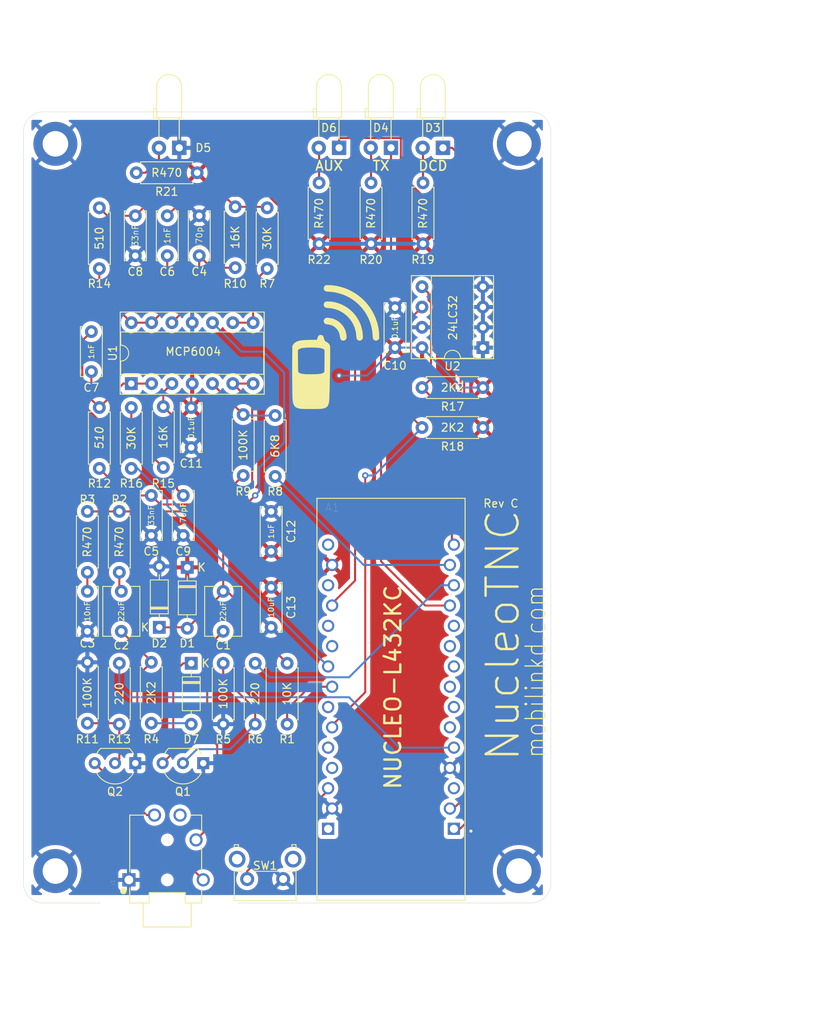
<source format=kicad_pcb>
(kicad_pcb (version 20221018) (generator pcbnew)
  (title_block (title "NucleoTNC PCB") (date "2021-07-17") (rev "C") (company "Mobilinkd LLC") (comment 1 "67mm width"))
  (layers (0 "F.Cu" signal) (31 "B.Cu" signal) (34 "B.Paste" user) (35 "F.Paste" user) (36 "B.SilkS" user "B.Silkscreen") (37 "F.SilkS" user "F.Silkscreen") (38 "B.Mask" user) (39 "F.Mask" user) (44 "Edge.Cuts" user))
  (net 0 "")
  (net 1 "/AUDIO_IN")
  (net 3 "Net-(C2-Pad2)")
  (net 4 "/AUDIO_OUT")
  (net 5 "Net-(C3-Pad2)")
  (net 6 "GND")
  (net 8 "Net-(C5-Pad2)")
  (net 9 "Net-(C6-Pad2)")
  (net 12 "Net-(C7-Pad1)")
  (net 13 "/ADC_AUDIO")
  (net 15 "+3V3")
  (net 17 "/LED_DCD")
  (net 19 "/LED_TX")
  (net 21 "Net-(A1B-NRST)")
  (net 22 "/LED_MISC")
  (net 24 "/PTT")
  (net 26 "/DC_OFFSET")
  (net 28 "/PTT_MULTIPLEX")
  (net 30 "/AUDIO_ATTEN")
  (net 32 "/PTT_SIMPLEX")
  (net 33 "/DAC_AUDIO")
  (net 34 "/I2C_SDA")
  (net 35 "/I2C_SCL")
  (net 38 "Net-(D1-A)")
  (net 39 "Net-(U1D-+)")
  (net 40 "Net-(U1D--)")
  (net 41 "Net-(U1A--)")
  (net 42 "Net-(U1A-+)")
  (net 43 "Net-(D3-A)")
  (net 44 "Net-(D4-A)")
  (net 45 "Net-(D5-A)")
  (net 46 "Net-(D6-A)")
  (net 47 "Net-(D7-K)")
  (net 48 "Net-(D7-A)")
  (net 49 "Net-(Q1-G)")
  (net 50 "Net-(Q2-G)")
  (net 51 "Net-(U1B--)")
  (net 52 "Net-(U1C--)")
  (net 53 "Net-(U1B-+)")
  (footprint "KiCAD:MODULE_NUCLEO-L432KC" (layer "F.Cu") (at 166 123.5 180)
    (fp_text reference "A1")
    (fp_text value "NUCLEO-L432KC")
  )
  (footprint "Capacitor_THT:C_Disc_D6.0mm_W4.4mm_P5.00mm" (layer "F.Cu") (at 132.25 115 90)
    (fp_text reference "C2")
    (fp_text value "22uF")
  )
  (footprint "Capacitor_THT:C_Disc_D6.0mm_W2.5mm_P5.00mm" (layer "F.Cu") (at 128 115 90)
    (fp_text reference "C3")
    (fp_text value "10nF" hide)
  )
  (footprint "Capacitor_THT:C_Disc_D6.0mm_W2.5mm_P5.00mm" (layer "F.Cu") (at 142 63 -90)
    (fp_text reference "C4")
    (fp_text value "470pF" hide)
  )
  (footprint "Capacitor_THT:C_Disc_D6.0mm_W2.5mm_P5.00mm" (layer "F.Cu") (at 136 103 90)
    (fp_text reference "C5")
    (fp_text value "33nF" hide)
  )
  (footprint "Capacitor_THT:C_Disc_D6.0mm_W2.5mm_P5.00mm" (layer "F.Cu") (at 128.5 77.5 -90)
    (fp_text reference "C7")
    (fp_text value "1nF" hide)
  )
  (footprint "Capacitor_THT:C_Disc_D6.0mm_W2.5mm_P5.00mm" (layer "F.Cu") (at 134 68 90)
    (fp_text reference "C8")
    (fp_text value "33nF" hide)
  )
  (footprint "Capacitor_THT:C_Disc_D6.0mm_W2.5mm_P5.00mm" (layer "F.Cu") (at 140 103 90)
    (fp_text reference "C9")
    (fp_text value "470pF" hide)
  )
  (footprint "Capacitor_THT:C_Disc_D6.0mm_W2.5mm_P5.00mm" (layer "F.Cu") (at 141 87 -90)
    (fp_text reference "C11")
    (fp_text value "0.1uF")
  )
  (footprint "Diode_THT:D_DO-35_SOD27_P7.62mm_Horizontal" (layer "F.Cu") (at 140.5 107 -90)
    (fp_text reference "D1")
    (fp_text value "BAT85" hide)
  )
  (footprint "Diode_THT:D_DO-35_SOD27_P7.62mm_Horizontal" (layer "F.Cu") (at 137 114.5 90)
    (fp_text reference "D2")
    (fp_text value "BAT85" hide)
  )
  (footprint "LED_THT:LED_D3.0mm_Horizontal_O3.81mm_Z2.0mm" (layer "F.Cu") (at 172.5 54.5 180)
    (fp_text reference "D3")
    (fp_text value "GRN LED" hide)
  )
  (footprint "LED_THT:LED_D3.0mm_Horizontal_O3.81mm_Z2.0mm" (layer "F.Cu") (at 159.5 54.5 180)
    (fp_text reference "D6")
    (fp_text value "YEL LED" hide)
  )
  (footprint "KiCAD:CUI_SJ-43515TS" (layer "F.Cu") (at 138 143.5 90)
    (fp_text reference "J1")
    (fp_text value "AudioJack4")
    (fp_line (start -5.5 -8.35) (end -5.5 -2.25) (stroke (width 0.0001)) (layer "Edge.Cuts"))
    (fp_line (start -5.5 -2.25) (end -4.2 -2.25) (stroke (width 0.0001)) (layer "Edge.Cuts"))
    (fp_line (start -5.5 2.25) (end -5.5 8.85) (stroke (width 0.0001)) (layer "Edge.Cuts"))
    (fp_line (start -4.2 -2.25) (end -4.2 2.25) (stroke (width 0.0001)) (layer "Edge.Cuts"))
    (fp_line (start -4.2 2.25) (end -5.5 2.25) (stroke (width 0.0001)) (layer "Edge.Cuts"))
  )
  (footprint "Package_TO_SOT_THT:TO-92_Inline_Wide" (layer "F.Cu") (at 142.5 131.5 180)
    (fp_text reference "Q1")
    (fp_text value "2N7000")
  )
  (footprint "Package_TO_SOT_THT:TO-92_Inline_Wide" (layer "F.Cu") (at 134 131.5 180)
    (fp_text reference "Q2")
    (fp_text value "2N7000")
  )
  (footprint "Resistor_THT:R_Axial_DIN0207_L6.3mm_D2.5mm_P7.62mm_Horizontal" (layer "F.Cu") (at 153 119 -90)
    (fp_text reference "R1")
    (fp_text value "10K" hide)
  )
  (footprint "Resistor_THT:R_Axial_DIN0207_L6.3mm_D2.5mm_P7.62mm_Horizontal" (layer "F.Cu") (at 132 100 -90)
    (fp_text reference "R2")
    (fp_text value "R470" hide)
  )
  (footprint "Resistor_THT:R_Axial_DIN0207_L6.3mm_D2.5mm_P7.62mm_Horizontal" (layer "F.Cu") (at 128 100 -90)
    (fp_text reference "R3")
    (fp_text value "R470" hide)
  )
  (footprint "Resistor_THT:R_Axial_DIN0207_L6.3mm_D2.5mm_P7.62mm_Horizontal" (layer "F.Cu") (at 136 126.5 90)
    (fp_text reference "R4")
    (fp_text value "2K2" hide)
  )
  (footprint "Resistor_THT:R_Axial_DIN0207_L6.3mm_D2.5mm_P7.62mm_Horizontal" (layer "F.Cu") (at 149 119 -90)
    (fp_text reference "R6")
    (fp_text value "220" hide)
  )
  (footprint "Resistor_THT:R_Axial_DIN0207_L6.3mm_D2.5mm_P7.62mm_Horizontal" (layer "F.Cu") (at 150.5 62 -90)
    (fp_text reference "R7")
    (fp_text value "30K" hide)
  )
  (footprint "Resistor_THT:R_Axial_DIN0207_L6.3mm_D2.5mm_P7.62mm_Horizontal" (layer "F.Cu") (at 151.5 88 -90)
    (fp_text reference "R8")
    (fp_text value "6K8" hide)
  )
  (footprint "Resistor_THT:R_Axial_DIN0207_L6.3mm_D2.5mm_P7.62mm_Horizontal" (layer "F.Cu") (at 147.5 95.5 90)
    (fp_text reference "R9")
    (fp_text value "100K" hide)
  )
  (footprint "Resistor_THT:R_Axial_DIN0207_L6.3mm_D2.5mm_P7.62mm_Horizontal" (layer "F.Cu") (at 146.5 69.5 90)
    (fp_text reference "R10")
    (fp_text value "16K" hide)
  )
  (footprint "Resistor_THT:R_Axial_DIN0207_L6.3mm_D2.5mm_P7.62mm_Horizontal" (layer "F.Cu") (at 128 126.5 90)
    (fp_text reference "R11")
    (fp_text value "100K" hide)
  )
  (footprint "Resistor_THT:R_Axial_DIN0207_L6.3mm_D2.5mm_P7.62mm_Horizontal" (layer "F.Cu") (at 129.5 87 -90)
    (fp_text reference "R12")
    (fp_text value "510" hide)
  )
  (footprint "Resistor_THT:R_Axial_DIN0207_L6.3mm_D2.5mm_P7.62mm_Horizontal" (layer "F.Cu") (at 132 119 -90)
    (fp_text reference "R13")
    (fp_text value "220" hide)
  )
  (footprint "Resistor_THT:R_Axial_DIN0207_L6.3mm_D2.5mm_P7.62mm_Horizontal" (layer "F.Cu") (at 129.5 62 -90)
    (fp_text reference "R14")
    (fp_text value "510" hide)
  )
  (footprint "Resistor_THT:R_Axial_DIN0207_L6.3mm_D2.5mm_P7.62mm_Horizontal" (layer "F.Cu") (at 133.5 87 -90)
    (fp_text reference "R16")
    (fp_text value "30K" hide)
  )
  (footprint "Resistor_THT:R_Axial_DIN0207_L6.3mm_D2.5mm_P7.62mm_Horizontal" (layer "F.Cu") (at 177.5 84.5 180)
    (fp_text reference "R17")
    (fp_text value "2K2" hide)
  )
  (footprint "Resistor_THT:R_Axial_DIN0207_L6.3mm_D2.5mm_P7.62mm_Horizontal" (layer "F.Cu") (at 163.5 66.5 90)
    (fp_text reference "R20")
    (fp_text value "R470" hide)
  )
  (footprint "Resistor_THT:R_Axial_DIN0207_L6.3mm_D2.5mm_P7.62mm_Horizontal" (layer "F.Cu") (at 141.74 57.62 180)
    (fp_text reference "R21")
    (fp_text value "R470" hide)
  )
  (footprint "Resistor_THT:R_Axial_DIN0207_L6.3mm_D2.5mm_P7.62mm_Horizontal" (layer "F.Cu") (at 157 66.5 90)
    (fp_text reference "R22")
    (fp_text value "R470" hide)
  )
  (footprint "Package_DIP:DIP-14_W7.62mm_Socket" (layer "F.Cu") (at 133.5 84 90)
    (fp_text reference "U1")
    (fp_text value "MCP6004")
  )
  (footprint "Package_DIP:DIP-8_W7.62mm_Socket" (layer "F.Cu") (at 177.5 79.5 180)
    (fp_text reference "U2")
    (fp_text value "24LC32")
  )
  (footprint "Capacitor_THT:C_Disc_D6.0mm_W4.4mm_P5.00mm" (layer "F.Cu") (at 145 110 -90)
    (fp_text reference "C1")
    (fp_text value "22uF")
  )
  (footprint "LED_THT:LED_D3.0mm_Horizontal_O3.81mm_Z2.0mm" (layer "F.Cu") (at 139.5 54.5 180)
    (fp_text reference "D5")
    (fp_text value "BLU LED")
  )
  (footprint "Capacitor_THT:C_Disc_D6.0mm_W2.5mm_P5.00mm" (layer "F.Cu") (at 166.5 79.5 90)
    (fp_text reference "C10")
    (fp_text value "0.1uF")
  )
  (footprint "Resistor_THT:R_Axial_DIN0207_L6.3mm_D2.5mm_P7.62mm_Horizontal" (layer "F.Cu") (at 145 119 -90)
    (fp_text reference "R5")
    (fp_text value "100K" hide)
  )
  (footprint "MountingHole:MountingHole_3.2mm_M3_ISO14580_Pad" (layer "F.Cu") (at 124 54)
    (fp_text reference "H1" hide)
    (fp_text value "MountingHole_Pad")
  )
  (footprint "MountingHole:MountingHole_3.2mm_M3_ISO14580_Pad" (layer "F.Cu") (at 124 145)
    (fp_text reference "H2" hide)
    (fp_text value "MountingHole_Pad")
  )
  (footprint "MountingHole:MountingHole_3.2mm_M3_ISO14580_Pad" (layer "F.Cu") (at 182 54)
    (fp_text reference "H3" hide)
    (fp_text value "MountingHole_Pad")
  )
  (footprint "MountingHole:MountingHole_3.2mm_M3_ISO14580_Pad" (layer "F.Cu") (at 182 145)
    (fp_text reference "H4" hide)
    (fp_text value "MountingHole_Pad")
  )
  (footprint "Resistor_THT:R_Axial_DIN0207_L6.3mm_D2.5mm_P7.62mm_Horizontal" (layer "F.Cu") (at 137.5 94.5 90)
    (fp_text reference "R15")
    (fp_text value "16K" hide)
  )
  (footprint "Resistor_THT:R_Axial_DIN0207_L6.3mm_D2.5mm_P7.62mm_Horizontal" (layer "F.Cu") (at 177.5 89.5 180)
    (fp_text reference "R18")
    (fp_text value "2K2" hide)
  )
  (footprint "Capacitor_THT:C_Disc_D6.0mm_W2.5mm_P5.00mm" (layer "F.Cu") (at 138 68 90)
    (fp_text reference "C6")
    (fp_text value "1nF" hide)
  )
  (footprint "Button_Switch_THT:SW_Tactile_SPST_Angled_PTS645Vx58-2LFS" (layer "F.Cu") (at 152.5 146 180)
    (fp_text reference "SW1")
    (fp_text value "SW_Push")
  )
  (footprint "Resistor_THT:R_Axial_DIN0207_L6.3mm_D2.5mm_P7.62mm_Horizontal" (layer "F.Cu") (at 170 66.5 90)
    (fp_text reference "R19")
    (fp_text value "R470" hide)
  )
  (footprint "KiCAD:LOGO" (layer "F.Cu") (at 157.35 79.65)
    (fp_text reference "G1" hide)
    (fp_text value "LOGO" hide)
  )
  (footprint "LED_THT:LED_D3.0mm_Horizontal_O3.81mm_Z2.0mm" (layer "F.Cu") (at 166 54.5 180)
    (fp_text reference "D4")
    (fp_text value "RED LED" hide)
  )
  (footprint "Diode_THT:D_DO-35_SOD27_P7.62mm_Horizontal" (layer "F.Cu") (at 141 119 -90)
    (fp_text reference "D7")
    (fp_text value "BAT85" hide)
  )
  (footprint "Capacitor_THT:C_Disc_D6.0mm_W2.5mm_P5.00mm" (layer "F.Cu") (at 151 109.5 -90)
    (fp_text reference "C13")
    (fp_text value "10uF")
  )
  (footprint "Capacitor_THT:C_Disc_D6.0mm_W2.5mm_P5.00mm" (layer "F.Cu") (at 151 105 90)
    (fp_text reference "C12")
    (fp_text value "1uF")
  )
  (gr_arc (start 122.5 149) (mid 120.732233 148.267767) (end 120 146.5) (stroke (width 0.05)) (layer "Edge.Cuts"))
  (gr_line (start 122.5 149) (end 126 149) (stroke (width 0.05)) (layer "Edge.Cuts"))
  (gr_line (start 180 149) (end 183.5 149) (stroke (width 0.05)) (layer "Edge.Cuts"))
  (gr_line (start 180 50) (end 183.5 50) (stroke (width 0.05)) (layer "Edge.Cuts"))
  (gr_line (start 126 50) (end 122.5 50) (stroke (width 0.05)) (layer "Edge.Cuts"))
  (gr_arc (start 183.5 50) (mid 185.267767 50.732233) (end 186 52.5) (stroke (width 0.05)) (layer "Edge.Cuts"))
  (gr_line (start 156.5 149) (end 180 149) (stroke (width 0.05)) (layer "Edge.Cuts"))
  (gr_arc (start 120 52.5) (mid 120.732233 50.732233) (end 122.5 50) (stroke (width 0.05)) (layer "Edge.Cuts"))
  (gr_line (start 186 122.5) (end 186 52.5) (stroke (width 0.05)) (layer "Edge.Cuts"))
  (gr_line (start 146.85 149) (end 156.5 149) (stroke (width 0.05)) (layer "Edge.Cuts"))
  (gr_arc (start 186 146.5) (mid 185.267767 148.267767) (end 183.5 149) (stroke (width 0.05)) (layer "Edge.Cuts"))
  (gr_line (start 126 50) (end 171 50) (stroke (width 0.05)) (layer "Edge.Cuts"))
  (gr_line (start 120 122.5) (end 120 52.5) (stroke (width 0.05)) (layer "Edge.Cuts"))
  (gr_line (start 129.65 149) (end 126 149) (stroke (width 0.05)) (layer "Edge.Cuts"))
  (gr_line (start 186 122.5) (end 186 146.5) (stroke (width 0.05)) (layer "Edge.Cuts"))
  (gr_line (start 171 50) (end 180 50) (stroke (width 0.05)) (layer "Edge.Cuts"))
  (gr_line (start 120 122.5) (end 120 146.5) (stroke (width 0.05)) (layer "Edge.Cuts"))
  (gr_text "mobilinkd.com" (at 184.1 120.05 90) (layer "F.SilkS") (effects (font (size 2.5 2))))
  (gr_text "TX" (at 164.75 56.75) (layer "F.SilkS") (effects (font (size 1.2 1.2) (thickness 0.2))))
  (gr_text "AUX" (at 158.25 56.75) (layer "F.SilkS") (effects (font (size 1.2 1.2) (thickness 0.2))))
  (gr_text "DCD" (at 171.25 56.75) (layer "F.SilkS") (effects (font (size 1.2 1.2) (thickness 0.2))))
  (gr_text "NucleoTNC" (at 180 115.5 90) (layer "F.SilkS") (effects (font (size 4 4) (thickness 0.3))))
  (gr_text "Rev C" (at 179.75 99) (layer "F.SilkS") (effects (font (size 1 1))))
  (segment (start 144.25 129.25) (end 144.25 138.45) (width 0.25) (layer "F.Cu") (net 1))
  (segment (start 143 117) (end 143 128) (width 0.25) (layer "F.Cu") (net 1))
  (segment (start 145 115) (end 143 117) (width 0.25) (layer "F.Cu") (net 1))
  (segment (start 143 128) (end 144.25 129.25) (width 0.25) (layer "F.Cu") (net 1))
  (segment (start 144.25 138.45) (end 141.6 141.1) (width 0.25) (layer "F.Cu") (net 1))
  (segment (start 132 110) (end 132 107.62) (width 0.25) (layer "F.Cu") (net 3))
  (segment (start 135.75 130) (end 135.75 134.75) (width 0.25) (layer "F.Cu") (net 4))
  (segment (start 132.25 115) (end 136 118.75) (width 0.25) (layer "F.Cu") (net 4))
  (segment (start 136 118.75) (end 136 118.88) (width 0.25) (layer "F.Cu") (net 4))
  (segment (start 139.75 143.35) (end 142.5 146.1) (width 0.25) (layer "F.Cu") (net 4))
  (segment (start 134.25 120.63) (end 134.25 128.5) (width 0.25) (layer "F.Cu") (net 4))
  (segment (start 136 118.88) (end 134.25 120.63) (width 0.25) (layer "F.Cu") (net 4))
  (segment (start 135.75 134.75) (end 138 137) (width 0.25) (layer "F.Cu") (net 4))
  (segment (start 134.25 128.5) (end 135.75 130) (width 0.25) (layer "F.Cu") (net 4))
  (segment (start 138 139.25) (end 139.75 141) (width 0.25) (layer "F.Cu") (net 4))
  (segment (start 139.75 141) (end 139.75 143.35) (width 0.25) (layer "F.Cu") (net 4))
  (segment (start 138 137) (end 138 139.25) (width 0.25) (layer "F.Cu") (net 4))
  (segment (start 128 110) (end 128 107.62) (width 0.25) (layer "F.Cu") (net 5))
  (segment (start 146.700001 96.299999) (end 147.5 95.5) (width 0.25) (layer "F.Cu") (net 8))
  (segment (start 143.874999 99.125001) (end 146.700001 96.299999) (width 0.25) (layer "F.Cu") (net 8))
  (segment (start 137.125001 99.125001) (end 143.874999 99.125001) (width 0.25) (layer "F.Cu") (net 8))
  (segment (start 136 98) (end 132.88 98) (width 0.25) (layer "F.Cu") (net 8))
  (segment (start 132.88 98) (end 129.5 94.62) (width 0.25) (layer "F.Cu") (net 8))
  (segment (start 136 98) (end 137.125001 99.125001) (width 0.25) (layer "F.Cu") (net 8))
  (segment (start 146.5 61.88) (end 150.38 61.88) (width 0.25) (layer "F.Cu") (net 9))
  (segment (start 138 63) (end 140 61) (width 0.25) (layer "F.Cu") (net 9))
  (segment (start 140 61) (end 145.62 61) (width 0.25) (layer "F.Cu") (net 9))
  (segment (start 150.38 61.88) (end 150.5 62) (width 0.25) (layer "F.Cu") (net 9))
  (segment (start 145.62 61) (end 146.5 61.88) (width 0.25) (layer "F.Cu") (net 9))
  (segment (start 133.5 87) (end 133.5 88.5) (width 0.25) (layer "F.Cu") (net 12))
  (segment (start 127.700001 78.299999) (end 128.5 77.5) (width 0.25) (layer "F.Cu") (net 12))
  (segment (start 130.334998 89.5) (end 127.374999 86.540001) (width 0.25) (layer "F.Cu") (net 12))
  (segment (start 127.374999 86.540001) (end 127.374999 78.625001) (width 0.25) (layer "F.Cu") (net 12))
  (segment (start 127.374999 78.625001) (end 127.700001 78.299999) (width 0.25) (layer "F.Cu") (net 12))
  (segment (start 137.5 94.5) (end 132.5 89.5) (width 0.25) (layer "F.Cu") (net 12))
  (segment (start 132.5 89.5) (end 130.334998 89.5) (width 0.25) (layer "F.Cu") (net 12))
  (segment (start 133.5 88.5) (end 132.5 89.5) (width 0.25) (layer "F.Cu") (net 12))
  (segment (start 150.665002 60.5) (end 153 62.834998) (width 0.25) (layer "F.Cu") (net 13))
  (segment (start 134 63) (end 130.5 63) (width 0.25) (layer "F.Cu") (net 13))
  (segment (start 153 68.5) (end 161.5 77) (width 0.25) (layer "F.Cu") (net 13))
  (segment (start 161.5 108.655) (end 158.38 111.775) (width 0.25) (layer "F.Cu") (net 13))
  (segment (start 161.5 77) (end 161.5 108.655) (width 0.25) (layer "F.Cu") (net 13))
  (segment (start 153 62.834998) (end 153 68.5) (width 0.25) (layer "F.Cu") (net 13))
  (segment (start 134 63) (end 136.5 60.5) (width 0.25) (layer "F.Cu") (net 13))
  (segment (start 130.5 63) (end 129.5 62) (width 0.25) (layer "F.Cu") (net 13))
  (segment (start 136.5 60.5) (end 150.665002 60.5) (width 0.25) (layer "F.Cu") (net 13))
  (segment (start 141 87) (end 141 84.12) (width 0.25) (layer "F.Cu") (net 15))
  (segment (start 141 84.12) (end 141.12 84) (width 0.25) (layer "F.Cu") (net 15))
  (via (at 159.5 83) (size 0.8) (drill 0.4) (layers "F.Cu" "B.Cu") (net 15))
  (segment (start 163.5 66.5) (end 157 66.5) (width 0.5) (layer "B.Cu") (net 15))
  (segment (start 174.88 84.5) (end 169.88 79.5) (width 0.25) (layer "B.Cu") (net 15))
  (segment (start 163 83) (end 159.5 83) (width 0.25) (layer "B.Cu") (net 15))
  (segment (start 170 66.5) (end 168.86863 66.5) (width 0.25) (layer "B.Cu") (net 15))
  (segment (start 168.74863 79.5) (end 166.5 79.5) (width 0.25) (layer "B.Cu") (net 15))
  (segment (start 169.88 79.5) (end 168.74863 79.5) (width 0.25) (layer "B.Cu") (net 15))
  (segment (start 177.5 84.5) (end 174.88 84.5) (width 0.25) (layer "B.Cu") (net 15))
  (segment (start 166.5 79.5) (end 163 83) (width 0.25) (layer "B.Cu") (net 15))
  (segment (start 168.86863 66.5) (end 163.5 66.5) (width 0.5) (layer "B.Cu") (net 15))
  (segment (start 175.160012 102.984501) (end 175.160012 56.010012) (width 0.25) (layer "F.Cu") (net 17))
  (segment (start 175.950011 103.774499) (end 175.160012 102.984501) (width 0.25) (layer "F.Cu") (net 17))
  (segment (start 173.62 139.715) (end 174.635 139.715) (width 0.25) (layer "F.Cu") (net 17))
  (segment (start 175.160012 56.010012) (end 173.65 54.5) (width 0.25) (layer "F.Cu") (net 17))
  (segment (start 173.65 54.5) (end 172.5 54.5) (width 0.25) (layer "F.Cu") (net 17))
  (segment (start 175.950011 138.399989) (end 175.950011 103.774499) (width 0.25) (layer "F.Cu") (net 17))
  (segment (start 174.635 139.715) (end 175.950011 138.399989) (width 0.25) (layer "F.Cu") (net 17))
  (segment (start 166 54.5) (end 166 72) (width 0.25) (layer "F.Cu") (net 19))
  (segment (start 164.75 73.25) (end 164.75 106.25) (width 0.25) (layer "F.Cu") (net 19))
  (segment (start 164.75 106.25) (end 170.275 111.775) (width 0.25) (layer "F.Cu") (net 19))
  (segment (start 170.275 111.775) (end 173.37 111.775) (width 0.25) (layer "F.Cu") (net 19))
  (segment (start 166 72) (end 164.75 73.25) (width 0.25) (layer "F.Cu") (net 19))
  (segment (start 158.38 134.635) (end 148 145.015) (width 0.25) (layer "F.Cu") (net 21))
  (segment (start 148 145.015) (end 148 146) (width 0.25) (layer "F.Cu") (net 21))
  (segment (start 167.225001 53.339999) (end 167.160001 53.274999) (width 0.25) (layer "F.Cu") (net 22))
  (segment (start 173.825 137.175) (end 175.5 135.5) (width 0.25) (layer "F.Cu") (net 22))
  (segment (start 174.710001 65.255003) (end 167.225001 57.770003) (width 0.25) (layer "F.Cu") (net 22))
  (segment (start 175.5 103.960899) (end 174.710001 103.1709) (width 0.25) (layer "F.Cu") (net 22))
  (segment (start 159.5 53.35) (end 159.5 54.5) (width 0.25) (layer "F.Cu") (net 22))
  (segment (start 167.160001 53.274999) (end 159.575001 53.274999) (width 0.25) (layer "F.Cu") (net 22))
  (segment (start 159.575001 53.274999) (end 159.5 53.35) (width 0.25) (layer "F.Cu") (net 22))
  (segment (start 174.710001 103.1709) (end 174.710001 65.255003) (width 0.25) (layer "F.Cu") (net 22))
  (segment (start 175.5 135.5) (end 175.5 103.960899) (width 0.25) (layer "F.Cu") (net 22))
  (segment (start 173.62 137.175) (end 173.825 137.175) (width 0.25) (layer "F.Cu") (net 22))
  (segment (start 167.225001 57.770003) (end 167.225001 53.339999) (width 0.25) (layer "F.Cu") (net 22))
  (segment (start 128.92 131.5) (end 135.42 138) (width 0.25) (layer "F.Cu") (net 24))
  (segment (start 135.42 138) (end 136.4 138) (width 0.25) (layer "F.Cu") (net 24))
  (segment (start 153 124.75) (end 153 126.62) (width 0.25) (layer "F.Cu") (net 26))
  (segment (start 155.815 121.935) (end 153 124.75) (width 0.25) (layer "F.Cu") (net 26))
  (segment (start 158.63 121.935) (end 155.815 121.935) (width 0.25) (layer "F.Cu") (net 26))
  (segment (start 150.75 120.75) (end 149 119) (width 0.25) (layer "B.Cu") (net 28))
  (segment (start 160.75 120.75) (end 150.75 120.75) (width 0.25) (layer "B.Cu") (net 28))
  (segment (start 172.265 109.235) (end 160.75 120.75) (width 0.25) (layer "B.Cu") (net 28))
  (segment (start 173.87 109.235) (end 172.265 109.235) (width 0.25) (layer "B.Cu") (net 28))
  (segment (start 170.12 106.695) (end 162.575 106.695) (width 0.25) (layer "B.Cu") (net 30))
  (segment (start 162.575 106.695) (end 151.5 95.62) (width 0.25) (layer "B.Cu") (net 30))
  (segment (start 170.12 106.695) (end 173.62 106.695) (width 0.25) (layer "B.Cu") (net 30))
  (segment (start 160.75 123.25) (end 133.25 123.25) (width 0.25) (layer "B.Cu") (net 32))
  (segment (start 132 122) (end 132 119) (width 0.25) (layer "B.Cu") (net 32))
  (segment (start 133.25 123.25) (end 132 122) (width 0.25) (layer "B.Cu") (net 32))
  (segment (start 167.055 129.555) (end 160.75 123.25) (width 0.25) (layer "B.Cu") (net 32))
  (segment (start 173.87 129.555) (end 167.055 129.555) (width 0.25) (layer "B.Cu") (net 32))
  (segment (start 138 99.265) (end 138 98.334998) (width 0.25) (layer "B.Cu") (net 33))
  (segment (start 134.285002 94.62) (end 133.5 94.62) (width 0.25) (layer "B.Cu") (net 33))
  (segment (start 158.13 119.395) (end 138 99.265) (width 0.25) (layer "B.Cu") (net 33))
  (segment (start 138 98.334998) (end 134.285002 94.62) (width 0.25) (layer "B.Cu") (net 33))
  (segment (start 169.88 84.5) (end 171.005001 83.374999) (width 0.25) (layer "F.Cu") (net 34))
  (segment (start 173.62 104.155) (end 173.62 88.24) (width 0.25) (layer "F.Cu") (net 34))
  (segment (start 173.62 88.24) (end 169.88 84.5) (width 0.25) (layer "F.Cu") (net 34))
  (segment (start 170.679999 73.554997) (end 170.679999 72.679999) (width 0.25) (layer "F.Cu") (net 34))
  (segment (start 171.005001 73.879999) (end 170.679999 73.554997) (width 0.25) (layer "F.Cu") (net 34))
  (segment (start 171.005001 83.374999) (end 171.005001 73.879999) (width 0.25) (layer "F.Cu") (net 34))
  (segment (start 170.679999 72.679999) (end 169.88 71.88) (width 0.25) (layer "F.Cu") (net 34))
  (segment (start 169.080001 75.219999) (end 169.88 74.42) (width 0.25) (layer "F.Cu") (net 35))
  (segment (start 162.77499 95.5) (end 162.77499 122.62001) (width 0.25) (layer "F.Cu") (net 35))
  (segment (start 169.88 89.5) (end 168.5 88.12) (width 0.25) (layer "F.Cu") (net 35))
  (segment (start 168.5 88.12) (end 168.5 75.8) (width 0.25) (layer "F.Cu") (net 35))
  (segment (start 162.77499 122.62001) (end 158.38 127.015) (width 0.25) (layer "F.Cu") (net 35))
  (segment (start 168.5 75.8) (end 169.080001 75.219999) (width 0.25) (layer "F.Cu") (net 35))
  (via (at 162.77499 95.5) (size 0.8) (drill 0.4) (layers "F.Cu" "B.Cu") (net 35))
  (segment (start 169.88 89.5) (end 163.88 95.5) (width 0.25) (layer "B.Cu") (net 35))
  (segment (start 163.88 95.5) (end 162.77499 95.5) (width 0.25) (layer "B.Cu") (net 35))
  (segment (start 145 110.12) (end 145 109.5) (width 0.25) (layer "F.Cu") (net 38))
  (segment (start 148.5 113) (end 145 109.5) (width 0.25) (layer "F.Cu") (net 38))
  (segment (start 153 119) (end 148.5 114.5) (width 0.25) (layer "F.Cu") (net 38))
  (segment (start 140.5 114.62) (end 145 110.12) (width 0.25) (layer "F.Cu") (net 38))
  (segment (start 140.38 114.5) (end 140.5 114.62) (width 0.25) (layer "F.Cu") (net 38))
  (segment (start 145 109.5) (end 145 102) (width 0.25) (layer "F.Cu") (net 38))
  (segment (start 145 102) (end 149 98) (width 0.25) (layer "F.Cu") (net 38))
  (segment (start 137 114.5) (end 140.38 114.5) (width 0.25) (layer "F.Cu") (net 38))
  (segment (start 148.5 114.5) (end 148.5 113) (width 0.25) (layer "F.Cu") (net 38))
  (via (at 149 98) (size 0.8) (drill 0.4) (layers "F.Cu" "B.Cu") (net 38))
  (segment (start 149 98) (end 149.5 97.5) (width 0.25) (layer "B.Cu") (net 38))
  (segment (start 149.5 94.5) (end 152.625001 91.374999) (width 0.25) (layer "B.Cu") (net 38))
  (segment (start 152.625001 91.374999) (end 152.625001 82.625001) (width 0.25) (layer "B.Cu") (net 38))
  (segment (start 149.5 97.5) (end 149.5 94.5) (width 0.25) (layer "B.Cu") (net 38))
  (segment (start 152.625001 82.625001) (end 150 80) (width 0.25) (layer "B.Cu") (net 38))
  (segment (start 150 80) (end 147.28 80) (width 0.25) (layer "B.Cu") (net 38))
  (segment (start 147.28 80) (end 143.66 76.38) (width 0.25) (layer "B.Cu") (net 38))
  (segment (start 142 68) (end 142 72.96) (width 0.25) (layer "F.Cu") (net 39))
  (segment (start 143.5 69.5) (end 142 68) (width 0.25) (layer "F.Cu") (net 39))
  (segment (start 142 72.96) (end 138.58 76.38) (width 0.25) (layer "F.Cu") (net 39))
  (segment (start 146.5 69.5) (end 143.5 69.5) (width 0.25) (layer "F.Cu") (net 39))
  (segment (start 129.5 69.62) (end 129.5 72.38) (width 0.25) (layer "F.Cu") (net 40))
  (segment (start 138 68) (end 138 74.42) (width 0.25) (layer "F.Cu") (net 40))
  (segment (start 133.5 76.38) (end 136.04 76.38) (width 0.25) (layer "F.Cu") (net 40))
  (segment (start 129.5 72.38) (end 133.5 76.38) (width 0.25) (layer "F.Cu") (net 40))
  (segment (start 138 74.42) (end 136.04 76.38) (width 0.25) (layer "F.Cu") (net 40))
  (segment (start 132.5 84) (end 133.5 84) (width 0.25) (layer "F.Cu") (net 41))
  (segment (start 133.5 84) (end 136.04 84) (width 0.25) (layer "F.Cu") (net 41))
  (segment (start 129.5 87) (end 132.5 84) (width 0.25) (layer "F.Cu") (net 41))
  (segment (start 128.5 82.5) (end 128.5 86) (width 0.25) (layer "F.Cu") (net 41))
  (segment (start 128.5 86) (end 129.5 87) (width 0.25) (layer "F.Cu") (net 41))
  (segment (start 138.299999 87.679999) (end 137.5 86.88) (width 0.25) (layer "F.Cu") (net 42))
  (segment (start 140 98) (end 139.200001 97.200001) (width 0.25) (layer "F.Cu") (net 42))
  (segment (start 137.5 86.88) (end 137.5 85.08) (width 0.25) (layer "F.Cu") (net 42))
  (segment (start 139.200001 97.200001) (end 139.200001 88.580001) (width 0.25) (layer "F.Cu") (net 42))
  (segment (start 139.200001 88.580001) (end 138.299999 87.679999) (width 0.25) (layer "F.Cu") (net 42))
  (segment (start 137.5 85.08) (end 138.58 84) (width 0.25) (layer "F.Cu") (net 42))
  (segment (start 170 54.54) (end 169.96 54.5) (width 0.25) (layer "F.Cu") (net 43))
  (segment (start 170 58.88) (end 170 54.54) (width 0.25) (layer "F.Cu") (net 43))
  (segment (start 163.5 58.88) (end 163.5 54.54) (width 0.25) (layer "F.Cu") (net 44))
  (segment (start 163.5 54.54) (end 163.46 54.5) (width 0.25) (layer "F.Cu") (net 44))
  (segment (start 136.96 55.91137) (end 136.96 55.772792) (width 0.25) (layer "F.Cu") (net 45))
  (segment (start 135.25137 57.62) (end 136.96 55.91137) (width 0.25) (layer "F.Cu") (net 45))
  (segment (start 136.96 55.772792) (end 136.96 54.5) (width 0.25) (layer "F.Cu") (net 45))
  (segment (start 134.12 57.62) (end 135.25137 57.62) (width 0.25) (layer "F.Cu") (net 45))
  (segment (start 157 54.54) (end 156.96 54.5) (width 0.25) (layer "F.Cu") (net 46))
  (segment (start 157 58.88) (end 157 54.54) (width 0.25) (layer "F.Cu") (net 46))
  (segment (start 138.75 130.17) (end 137.42 131.5) (width 0.25) (layer "F.Cu") (net 47))
  (segment (start 138.75 120.25) (end 138.75 130.17) (width 0.25) (layer "F.Cu") (net 47))
  (segment (start 141 119) (end 140 119) (width 0.25) (layer "F.Cu") (net 47))
  (segment (start 140 119) (end 138.75 120.25) (width 0.25) (layer "F.Cu") (net 47))
  (segment (start 136 126.5) (end 140.88 126.5) (width 0.25) (layer "B.Cu") (net 48))
  (segment (start 140.88 126.5) (end 141 126.62) (width 0.25) (layer "B.Cu") (net 48))
  (segment (start 145 119) (end 145 120.75) (width 0.25) (layer "F.Cu") (net 49))
  (segment (start 149 124.75) (end 149 126.62) (width 0.25) (layer "F.Cu") (net 49))
  (segment (start 145 120.75) (end 149 124.75) (width 0.25) (layer "F.Cu") (net 49))
  (segment (start 141.71 129.75) (end 139.96 131.5) (width 0.25) (layer "B.Cu") (net 49))
  (segment (start 149 126.62) (end 145.87 129.75) (width 0.25) (layer "B.Cu") (net 49))
  (segment (start 145.87 129.75) (end 141.71 129.75) (width 0.25) (layer "B.Cu") (net 49))
  (segment (start 132 130.96) (end 131.46 131.5) (width 0.25) (layer "F.Cu") (net 50))
  (segment (start 128 126.5) (end 131.88 126.5) (width 0.25) (layer "F.Cu") (net 50))
  (segment (start 132 126.62) (end 132 130.96) (width 0.25) (layer "F.Cu") (net 50))
  (segment (start 131.88 126.5) (end 132 126.62) (width 0.25) (layer "F.Cu") (net 50))
  (segment (start 145 100) (end 133.13137 100) (width 0.25) (layer "F.Cu") (net 51))
  (segment (start 148.74 84) (end 146.2 84) (width 0.25) (layer "F.Cu") (net 51))
  (segment (start 128 100) (end 129.13137 100) (width 0.25) (layer "F.Cu") (net 51))
  (segment (start 148.625001 96.374999) (end 145 100) (width 0.25) (layer "F.Cu") (net 51))
  (segment (start 133.13137 100) (end 132 100) (width 0.25) (layer "F.Cu") (net 51))
  (segment (start 148.625001 86.425001) (end 148.625001 96.374999) (width 0.25) (layer "F.Cu") (net 51))
  (segment (start 129.13137 100) (end 132 100) (width 0.25) (layer "F.Cu") (net 51))
  (segment (start 146.2 84) (end 148.625001 86.425001) (width 0.25) (layer "F.Cu") (net 51))
  (segment (start 148.74 76.38) (end 148.74 71.38) (width 0.25) (layer "F.Cu") (net 52))
  (segment (start 146.2 76.38) (end 148.74 76.38) (width 0.25) (layer "F.Cu") (net 52))
  (segment (start 148.74 71.38) (end 150.5 69.62) (width 0.25) (layer "F.Cu") (net 52))
  (segment (start 143.66 84.04) (end 143.66 84) (width 0.25) (layer "F.Cu") (net 53))
  (segment (start 147.5 87.88) (end 143.66 84.04) (width 0.25) (layer "F.Cu") (net 53))
  (segment (start 151.5 88) (end 147.62 88) (width 0.25) (layer "B.Cu") (net 53))
  (segment (start 147.62 88) (end 147.5 87.88) (width 0.25) (layer "B.Cu") (net 53))
  (zone (net 15) (net_name "+3V3") (layer "F.Cu") (connect_pads (clearance 0.508)) (min_thickness 0.254) (fill yes (thermal_gap 0.508) (thermal_bridge_width 0.508))
    (polygon (pts (xy 183 146.5) (xy 123 146.5) (xy 123 52.5) (xy 183 52.5)))
  )
  (zone (net 6) (net_name "GND") (layer "B.Cu") (connect_pads (clearance 0.508)) (min_thickness 0.254) (fill yes (thermal_gap 0.508) (thermal_bridge_width 0.508))
    (polygon (pts (xy 185 148) (xy 121 148) (xy 121 51) (xy 185 51)))
  )
)
</source>
